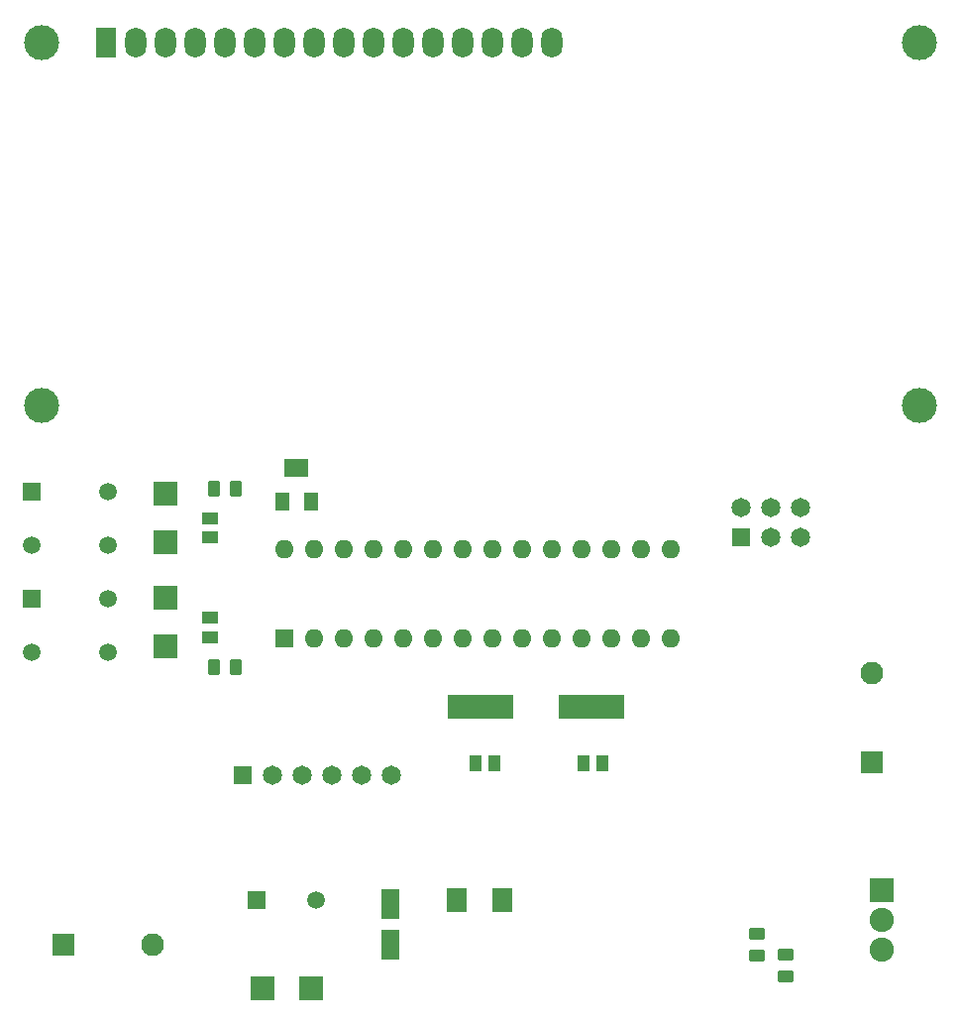
<source format=gbr>
%TF.GenerationSoftware,KiCad,Pcbnew,7.0.8*%
%TF.CreationDate,2023-10-09T21:05:16-03:00*%
%TF.ProjectId,PlacaTeste_Sillion,506c6163-6154-4657-9374-655f53696c6c,r1.0*%
%TF.SameCoordinates,Original*%
%TF.FileFunction,Soldermask,Top*%
%TF.FilePolarity,Negative*%
%FSLAX46Y46*%
G04 Gerber Fmt 4.6, Leading zero omitted, Abs format (unit mm)*
G04 Created by KiCad (PCBNEW 7.0.8) date 2023-10-09 21:05:16*
%MOMM*%
%LPD*%
G01*
G04 APERTURE LIST*
G04 Aperture macros list*
%AMRoundRect*
0 Rectangle with rounded corners*
0 $1 Rounding radius*
0 $2 $3 $4 $5 $6 $7 $8 $9 X,Y pos of 4 corners*
0 Add a 4 corners polygon primitive as box body*
4,1,4,$2,$3,$4,$5,$6,$7,$8,$9,$2,$3,0*
0 Add four circle primitives for the rounded corners*
1,1,$1+$1,$2,$3*
1,1,$1+$1,$4,$5*
1,1,$1+$1,$6,$7*
1,1,$1+$1,$8,$9*
0 Add four rect primitives between the rounded corners*
20,1,$1+$1,$2,$3,$4,$5,0*
20,1,$1+$1,$4,$5,$6,$7,0*
20,1,$1+$1,$6,$7,$8,$9,0*
20,1,$1+$1,$8,$9,$2,$3,0*%
G04 Aperture macros list end*
%ADD10R,1.470000X0.990000*%
%ADD11R,2.000000X2.000000*%
%ADD12R,1.800000X2.100000*%
%ADD13RoundRect,0.250000X0.450000X-0.262500X0.450000X0.262500X-0.450000X0.262500X-0.450000X-0.262500X0*%
%ADD14R,5.600000X2.100000*%
%ADD15R,1.500000X1.500000*%
%ADD16C,1.500000*%
%ADD17R,1.020000X1.470000*%
%ADD18RoundRect,0.250000X0.262500X0.450000X-0.262500X0.450000X-0.262500X-0.450000X0.262500X-0.450000X0*%
%ADD19R,1.650000X1.650000*%
%ADD20C,1.650000*%
%ADD21RoundRect,0.250000X-0.450000X0.262500X-0.450000X-0.262500X0.450000X-0.262500X0.450000X0.262500X0*%
%ADD22R,1.950000X1.950000*%
%ADD23C,1.950000*%
%ADD24R,1.300000X1.600000*%
%ADD25R,2.000000X1.600000*%
%ADD26C,3.000000*%
%ADD27R,1.800000X2.600000*%
%ADD28O,1.800000X2.600000*%
%ADD29R,2.070000X2.070000*%
%ADD30C,2.070000*%
%ADD31R,1.600000X1.600000*%
%ADD32O,1.600000X1.600000*%
%ADD33R,1.600000X2.500000*%
G04 APERTURE END LIST*
D10*
%TO.C,C9*%
X87630000Y-88900000D03*
X87630000Y-87260000D03*
%TD*%
D11*
%TO.C,Z2*%
X83820000Y-89730000D03*
X83820000Y-85530000D03*
%TD*%
D12*
%TO.C,L1*%
X108667000Y-111379000D03*
X112567000Y-111379000D03*
%TD*%
D13*
%TO.C,R3*%
X136779000Y-117879500D03*
X136779000Y-116054500D03*
%TD*%
D14*
%TO.C,Y1*%
X110724000Y-94869000D03*
X120224000Y-94869000D03*
%TD*%
D15*
%TO.C,SW1*%
X72390000Y-85670000D03*
D16*
X78890000Y-85670000D03*
X72390000Y-90170000D03*
X78890000Y-90170000D03*
%TD*%
D17*
%TO.C,C8*%
X121158000Y-99695000D03*
X119538000Y-99695000D03*
%TD*%
D18*
%TO.C,R4*%
X89812500Y-91440000D03*
X87987500Y-91440000D03*
%TD*%
D19*
%TO.C,J3*%
X132969000Y-80391000D03*
D20*
X132969000Y-77851000D03*
X135509000Y-80391000D03*
X135509000Y-77851000D03*
X138049000Y-80391000D03*
X138049000Y-77851000D03*
%TD*%
D21*
%TO.C,R2*%
X134366000Y-114276500D03*
X134366000Y-116101500D03*
%TD*%
D22*
%TO.C,J4*%
X144145000Y-99568000D03*
D23*
X144145000Y-91948000D03*
%TD*%
D24*
%TO.C,RV1*%
X93766000Y-77343000D03*
D25*
X95016000Y-74443000D03*
D24*
X96266000Y-77343000D03*
%TD*%
D10*
%TO.C,C10*%
X87630000Y-78740000D03*
X87630000Y-80380000D03*
%TD*%
D26*
%TO.C,DS1*%
X73240900Y-38100000D03*
X73240900Y-69100700D03*
X148239480Y-69100700D03*
X148240000Y-38100000D03*
D27*
X78740000Y-38100000D03*
D28*
X81280000Y-38100000D03*
X83820000Y-38100000D03*
X86360000Y-38100000D03*
X88900000Y-38100000D03*
X91440000Y-38100000D03*
X93980000Y-38100000D03*
X96520000Y-38100000D03*
X99060000Y-38100000D03*
X101600000Y-38100000D03*
X104140000Y-38100000D03*
X106680000Y-38100000D03*
X109220000Y-38100000D03*
X111760000Y-38100000D03*
X114300000Y-38100000D03*
X116840000Y-38100000D03*
%TD*%
D22*
%TO.C,J1*%
X75057000Y-115189000D03*
D23*
X82677000Y-115189000D03*
%TD*%
D15*
%TO.C,SW2*%
X72367000Y-76526000D03*
D16*
X78867000Y-76526000D03*
X72367000Y-81026000D03*
X78867000Y-81026000D03*
%TD*%
D11*
%TO.C,Z3*%
X83820000Y-76640000D03*
X83820000Y-80840000D03*
%TD*%
D17*
%TO.C,C7*%
X110298000Y-99695000D03*
X111918000Y-99695000D03*
%TD*%
D29*
%TO.C,Q1*%
X145034000Y-110490000D03*
D30*
X145034000Y-113030000D03*
X145034000Y-115570000D03*
%TD*%
D19*
%TO.C,J2*%
X90424000Y-100711000D03*
D20*
X92964000Y-100711000D03*
X95504000Y-100711000D03*
X98044000Y-100711000D03*
X100584000Y-100711000D03*
X103124000Y-100711000D03*
%TD*%
D15*
%TO.C,F1*%
X91567000Y-111379000D03*
D16*
X96647000Y-111379000D03*
%TD*%
D31*
%TO.C,U1*%
X93980000Y-89027000D03*
D32*
X96520000Y-89027000D03*
X99060000Y-89027000D03*
X101600000Y-89027000D03*
X104140000Y-89027000D03*
X106680000Y-89027000D03*
X109220000Y-89027000D03*
X111760000Y-89027000D03*
X114300000Y-89027000D03*
X116840000Y-89027000D03*
X119380000Y-89027000D03*
X121920000Y-89027000D03*
X124460000Y-89027000D03*
X127000000Y-89027000D03*
X127000000Y-81407000D03*
X124460000Y-81407000D03*
X121920000Y-81407000D03*
X119380000Y-81407000D03*
X116840000Y-81407000D03*
X114300000Y-81407000D03*
X111760000Y-81407000D03*
X109220000Y-81407000D03*
X106680000Y-81407000D03*
X104140000Y-81407000D03*
X101600000Y-81407000D03*
X99060000Y-81407000D03*
X96520000Y-81407000D03*
X93980000Y-81407000D03*
%TD*%
D11*
%TO.C,Z1*%
X96266000Y-118872000D03*
X92066000Y-118872000D03*
%TD*%
D18*
%TO.C,R5*%
X89812500Y-76200000D03*
X87987500Y-76200000D03*
%TD*%
D33*
%TO.C,C1*%
X102997000Y-111689000D03*
X102997000Y-115189000D03*
%TD*%
M02*

</source>
